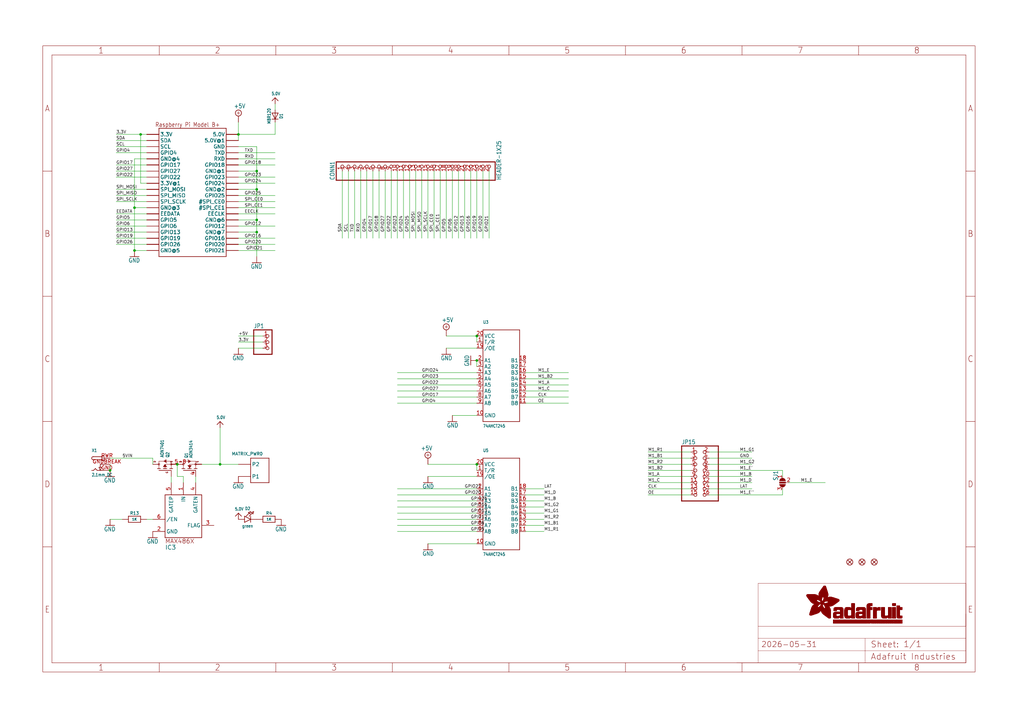
<source format=kicad_sch>
(kicad_sch (version 20250114) (generator "eeschema") (generator_version "9.0")
  (paper "User" 425.45 298.602)
  (lib_symbols
    (symbol "Adafruit RGB Matrix Bonnet-eagle-import:+5V" (power)
      (symbol "+5V_1_0"
        (pin power_in line (at 0 -2.54 90) (length 2.54) (name "+5V") (number "1"))
      )
    )
    (symbol "Adafruit RGB Matrix Bonnet-eagle-import:5.0V" (power)
      (symbol "5.0V_1_0"
        (pin power_in line (at 0 -2.54 90) (length 2.54) (name "5.0V") (number "1"))
      )
    )
    (symbol "Adafruit RGB Matrix Bonnet-eagle-import:74LCX245"
      (property "Reference" "U" (at -7.62 22.86 0))
      (symbol "74LCX245_1_0"
        (pin bidirectional line (at -10.16 17.78 0) (length 2.54) (name "VCC") (number "20"))
        (pin bidirectional line (at -10.16 15.24 0) (length 2.54) (name "T/R") (number "1"))
        (pin bidirectional line (at -10.16 12.7 0) (length 2.54) (name "/OE") (number "19"))
        (pin bidirectional line (at -10.16 7.62 0) (length 2.54) (name "A1") (number "2"))
        (pin bidirectional line (at -10.16 5.08 0) (length 2.54) (name "A2") (number "3"))
        (pin bidirectional line (at -10.16 2.54 0) (length 2.54) (name "A3") (number "4"))
        (pin bidirectional line (at -10.16 0 0) (length 2.54) (name "A4") (number "5"))
        (pin bidirectional line (at -10.16 -2.54 0) (length 2.54) (name "A5") (number "6"))
        (pin bidirectional line (at -10.16 -5.08 0) (length 2.54) (name "A6") (number "7"))
        (pin bidirectional line (at -10.16 -7.62 0) (length 2.54) (name "A7") (number "8"))
        (pin bidirectional line (at -10.16 -10.16 0) (length 2.54) (name "A8") (number "9"))
        (pin bidirectional line (at -10.16 -15.24 0) (length 2.54) (name "GND") (number "10"))
        (pin bidirectional line (at 10.16 7.62 180) (length 2.54) (name "B1") (number "18"))
        (pin bidirectional line (at 10.16 5.08 180) (length 2.54) (name "B2") (number "17"))
        (pin bidirectional line (at 10.16 2.54 180) (length 2.54) (name "B3") (number "16"))
        (pin bidirectional line (at 10.16 0 180) (length 2.54) (name "B4") (number "15"))
        (pin bidirectional line (at 10.16 -2.54 180) (length 2.54) (name "B5") (number "14"))
        (pin bidirectional line (at 10.16 -5.08 180) (length 2.54) (name "B6") (number "13"))
        (pin bidirectional line (at 10.16 -7.62 180) (length 2.54) (name "B7") (number "12"))
        (pin bidirectional line (at 10.16 -10.16 180) (length 2.54) (name "B8") (number "11"))
      )
    )
    (symbol "Adafruit RGB Matrix Bonnet-eagle-import:DCBARRELPTH"
      (property "Reference" "X" (at -5.08 5.08 0))
      (symbol "DCBARRELPTH_1_0"
        (pin power_in line (at 2.54 2.54 180) (length 2.54) (name "PWR") (number "PWR"))
        (pin power_in line (at 2.54 0 180) (length 2.54) (name "GNDBREAK") (number "GNDBREAK"))
        (pin power_in line (at 2.54 -2.54 180) (length 2.54) (name "GND") (number "GND"))
      )
    )
    (symbol "Adafruit RGB Matrix Bonnet-eagle-import:DIODESOD-123"
      (property "Reference" "D" (at 0 2.54 0))
      (symbol "DIODESOD-123_1_0"
        (pin passive line (at -2.54 0 0) (length 2.54) (name "A") (number "A"))
        (pin passive line (at 2.54 0 180) (length 2.54) (name "C") (number "C"))
      )
    )
    (symbol "Adafruit RGB Matrix Bonnet-eagle-import:FIDUCIAL_1MM")
    (symbol "Adafruit RGB Matrix Bonnet-eagle-import:FRAME_A3_ADAFRUIT"
      (symbol "FRAME_A3_ADAFRUIT_1_0"
        (text "A" (at 1.905 234.315 0) (effects (font (size 2.54 2.286))))
        (text "B" (at 1.905 182.245 0) (effects (font (size 2.54 2.286))))
        (text "C" (at 1.905 130.175 0) (effects (font (size 2.54 2.286))))
        (text "D" (at 1.905 78.105 0) (effects (font (size 2.54 2.286))))
        (text "E" (at 1.905 26.035 0) (effects (font (size 2.54 2.286))))
        (text "1" (at 24.2094 258.445 0) (effects (font (size 2.54 2.286))))
        (text "1" (at 24.2094 1.905 0) (effects (font (size 2.54 2.286))))
        (text "2" (at 72.6281 258.445 0) (effects (font (size 2.54 2.286))))
        (text "2" (at 72.6281 1.905 0) (effects (font (size 2.54 2.286))))
        (text "3" (at 121.0469 258.445 0) (effects (font (size 2.54 2.286))))
        (text "3" (at 121.0469 1.905 0) (effects (font (size 2.54 2.286))))
        (text "4" (at 169.4656 258.445 0) (effects (font (size 2.54 2.286))))
        (text "4" (at 169.4656 1.905 0) (effects (font (size 2.54 2.286))))
        (text "5" (at 217.8844 258.445 0) (effects (font (size 2.54 2.286))))
        (text "5" (at 217.8844 1.905 0) (effects (font (size 2.54 2.286))))
        (text "6" (at 266.3031 258.445 0) (effects (font (size 2.54 2.286))))
        (text "6" (at 266.3031 1.905 0) (effects (font (size 2.54 2.286))))
        (text "${PROJECTNAME}" (at 298.45 15.24 0) (effects (font (size 2.54 2.54)) (justify left bottom)))
        (text "${CURRENT_DATE}" (at 298.45 10.16 0) (effects (font (size 2.286 2.286)) (justify left bottom)))
        (text "7" (at 314.7219 258.445 0) (effects (font (size 2.54 2.286))))
        (text "7" (at 314.7219 1.905 0) (effects (font (size 2.54 2.286))))
        (text "Sheet:" (at 343.916 10.033 0) (effects (font (size 2.54 2.54)) (justify left bottom)))
        (text "Adafruit Industries" (at 343.916 4.953 0) (effects (font (size 2.54 2.54)) (justify left bottom)))
        (text "${#}/${##}" (at 357.505 10.16 0) (effects (font (size 2.54 2.54)) (justify left bottom)))
        (text "8" (at 363.1406 258.445 0) (effects (font (size 2.54 2.286))))
        (text "8" (at 363.1406 1.905 0) (effects (font (size 2.54 2.286))))
        (text "A" (at 385.445 234.315 0) (effects (font (size 2.54 2.286))))
        (text "B" (at 385.445 182.245 0) (effects (font (size 2.54 2.286))))
        (text "C" (at 385.445 130.175 0) (effects (font (size 2.54 2.286))))
        (text "D" (at 385.445 78.105 0) (effects (font (size 2.54 2.286))))
        (text "E" (at 385.445 26.035 0) (effects (font (size 2.54 2.286))))
      )
    )
    (symbol "Adafruit RGB Matrix Bonnet-eagle-import:GND" (power)
      (symbol "GND_1_0"
        (pin power_in line (at 0 2.54 270) (length 2.54) (name "GND") (number "1"))
      )
    )
    (symbol "Adafruit RGB Matrix Bonnet-eagle-import:HEADER-1X25"
      (property "Reference" "CONN" (at -3.81 33.655 0))
      (symbol "HEADER-1X25_1_0"
        (pin passive inverted (at 0 30.48 0) (length 2.54) (name "1") (number "1"))
        (pin passive inverted (at 0 27.94 0) (length 2.54) (name "2") (number "2"))
        (pin passive inverted (at 0 25.4 0) (length 2.54) (name "3") (number "3"))
        (pin passive inverted (at 0 22.86 0) (length 2.54) (name "4") (number "4"))
        (pin passive inverted (at 0 20.32 0) (length 2.54) (name "5") (number "5"))
        (pin passive inverted (at 0 17.78 0) (length 2.54) (name "6") (number "6"))
        (pin passive inverted (at 0 15.24 0) (length 2.54) (name "7") (number "7"))
        (pin passive inverted (at 0 12.7 0) (length 2.54) (name "8") (number "8"))
        (pin passive inverted (at 0 10.16 0) (length 2.54) (name "9") (number "9"))
        (pin passive inverted (at 0 7.62 0) (length 2.54) (name "10") (number "10"))
        (pin passive inverted (at 0 5.08 0) (length 2.54) (name "11") (number "11"))
        (pin passive inverted (at 0 2.54 0) (length 2.54) (name "12") (number "12"))
        (pin passive inverted (at 0 0 0) (length 2.54) (name "13") (number "13"))
        (pin passive inverted (at 0 -2.54 0) (length 2.54) (name "14") (number "14"))
        (pin passive inverted (at 0 -5.08 0) (length 2.54) (name "15") (number "15"))
        (pin passive inverted (at 0 -7.62 0) (length 2.54) (name "16") (number "16"))
        (pin passive inverted (at 0 -10.16 0) (length 2.54) (name "17") (number "17"))
        (pin passive inverted (at 0 -12.7 0) (length 2.54) (name "18") (number "18"))
        (pin passive inverted (at 0 -15.24 0) (length 2.54) (name "19") (number "19"))
        (pin passive inverted (at 0 -17.78 0) (length 2.54) (name "20") (number "20"))
        (pin passive inverted (at 0 -20.32 0) (length 2.54) (name "21") (number "21"))
        (pin passive inverted (at 0 -22.86 0) (length 2.54) (name "22") (number "22"))
        (pin passive inverted (at 0 -25.4 0) (length 2.54) (name "23") (number "23"))
        (pin passive inverted (at 0 -27.94 0) (length 2.54) (name "24") (number "24"))
        (pin passive inverted (at 0 -30.48 0) (length 2.54) (name "25") (number "25"))
      )
    )
    (symbol "Adafruit RGB Matrix Bonnet-eagle-import:HEADER-1X376MIL"
      (property "Reference" "JP" (at -6.35 5.715 0))
      (symbol "HEADER-1X376MIL_1_0"
        (pin passive inverted (at -2.54 2.54 0) (length 2.54) (name "1") (number "1"))
        (pin passive inverted (at -2.54 0 0) (length 2.54) (name "2") (number "2"))
        (pin passive inverted (at -2.54 -2.54 0) (length 2.54) (name "3") (number "3"))
      )
    )
    (symbol "Adafruit RGB Matrix Bonnet-eagle-import:HEADER-2X8_SHROUDED"
      (property "Reference" "JP" (at -8.89 10.795 0))
      (symbol "HEADER-2X8_SHROUDED_1_0"
        (pin passive inverted (at -5.08 7.62 0) (length 2.54) (name "1") (number "1"))
        (pin passive inverted (at -5.08 5.08 0) (length 2.54) (name "3") (number "3"))
        (pin passive inverted (at -5.08 2.54 0) (length 2.54) (name "5") (number "5"))
        (pin passive inverted (at -5.08 0 0) (length 2.54) (name "7") (number "7"))
        (pin passive inverted (at -5.08 -2.54 0) (length 2.54) (name "9") (number "9"))
        (pin passive inverted (at -5.08 -5.08 0) (length 2.54) (name "11") (number "11"))
        (pin passive inverted (at -5.08 -7.62 0) (length 2.54) (name "13") (number "13"))
        (pin passive inverted (at -5.08 -10.16 0) (length 2.54) (name "15") (number "15"))
        (pin passive inverted (at 2.54 7.62 180) (length 2.54) (name "2") (number "2"))
        (pin passive inverted (at 2.54 5.08 180) (length 2.54) (name "4") (number "4"))
        (pin passive inverted (at 2.54 2.54 180) (length 2.54) (name "6") (number "6"))
        (pin passive inverted (at 2.54 0 180) (length 2.54) (name "8") (number "8"))
        (pin passive inverted (at 2.54 -2.54 180) (length 2.54) (name "10") (number "10"))
        (pin passive inverted (at 2.54 -5.08 180) (length 2.54) (name "12") (number "12"))
        (pin passive inverted (at 2.54 -7.62 180) (length 2.54) (name "14") (number "14"))
        (pin passive inverted (at 2.54 -10.16 180) (length 2.54) (name "16") (number "16"))
      )
    )
    (symbol "Adafruit RGB Matrix Bonnet-eagle-import:LED0805_NOOUTLINE"
      (property "Reference" "D" (at -1.27 4.445 0))
      (symbol "LED0805_NOOUTLINE_1_0"
        (pin passive line (at -5.08 0 0) (length 2.54) (name "A") (number "A"))
        (pin passive line (at 2.54 0 180) (length 2.54) (name "C") (number "C"))
      )
    )
    (symbol "Adafruit RGB Matrix Bonnet-eagle-import:MAX486X/SOT"
      (property "Reference" "IC" (at -7.62 -15.24 0))
      (symbol "MAX486X/SOT_1_0"
        (text "MAX486X" (at -7.62 -12.7 0) (effects (font (size 1.778 1.778)) (justify left bottom)))
        (pin input line (at -12.7 -2.54 0) (length 5.08) (name "/EN") (number "6"))
        (pin power_in line (at -12.7 -7.62 0) (length 5.08) (name "GND") (number "2"))
        (pin output line (at -5.08 12.7 270) (length 5.08) (name "GATEP") (number "5"))
        (pin input line (at 0 12.7 270) (length 5.08) (name "IN") (number "1"))
        (pin output line (at 5.08 12.7 270) (length 5.08) (name "GATEN") (number "4"))
        (pin output line (at 12.7 -5.08 180) (length 5.08) (name "FLAG") (number "3"))
      )
    )
    (symbol "Adafruit RGB Matrix Bonnet-eagle-import:MOSFET-NPOWERPAK-1212-8"
      (property "Reference" "Q" (at 5.08 0.635 0))
      (symbol "MOSFET-NPOWERPAK-1212-8_1_0"
        (text "G" (at -1.27 -1.905 0) (effects (font (size 0.8128 0.6908)) (justify left bottom)))
        (text "D" (at 3.175 3.175 0) (effects (font (size 0.8128 0.6908)) (justify left bottom)))
        (text "S" (at 3.175 -3.81 0) (effects (font (size 0.8128 0.6908)) (justify left bottom)))
        (pin bidirectional line (at -2.54 -2.54 0) (length 2.54) (name "G") (number "4"))
        (pin bidirectional line (at 2.54 5.08 270) (length 2.54) (name "D") (number "5-8"))
        (pin bidirectional line (at 2.54 -5.08 90) (length 2.54) (name "S") (number "1"))
        (pin bidirectional line (at 2.54 -5.08 90) (length 2.54) (name "S") (number "2"))
        (pin bidirectional line (at 2.54 -5.08 90) (length 2.54) (name "S") (number "3"))
      )
    )
    (symbol "Adafruit RGB Matrix Bonnet-eagle-import:MOSFET-P-POWERDI3333"
      (property "Reference" "Q" (at 2.794 0.381 0))
      (symbol "MOSFET-P-POWERDI3333_1_0"
        (text "G" (at -3.81 1.27 0) (effects (font (size 0.8128 0.6908)) (justify left bottom)))
        (text "S" (at 0.635 3.175 0) (effects (font (size 0.8128 0.6908)) (justify left bottom)))
        (text "D" (at 0.635 -3.81 0) (effects (font (size 0.8128 0.6908)) (justify left bottom)))
        (pin passive line (at -5.08 2.54 0) (length 2.54) (name "G") (number "4"))
        (pin passive line (at 0 5.08 270) (length 2.54) (name "S") (number "1"))
        (pin passive line (at 0 5.08 270) (length 2.54) (name "S") (number "2"))
        (pin passive line (at 0 5.08 270) (length 2.54) (name "S") (number "3"))
        (pin passive line (at 0 -5.08 90) (length 2.54) (name "D") (number "5678"))
      )
    )
    (symbol "Adafruit RGB Matrix Bonnet-eagle-import:PINHEAD"
      (symbol "PINHEAD_1_0"
        (pin bidirectional line (at 7.62 2.54 180) (length 5.08) (name "P1") (number "P$3"))
        (pin bidirectional line (at 7.62 -2.54 180) (length 5.08) (name "P2") (number "P$4"))
      )
    )
    (symbol "Adafruit RGB Matrix Bonnet-eagle-import:RASPBERRYPI_BPLUS_BONNET_THMSMT"
      (symbol "RASPBERRYPI_BPLUS_BONNET_THMSMT_1_0"
        (text "Raspberry Pi Model B+" (at 12.7 25.4 0) (effects (font (size 1.778 1.5113)) (justify right top)))
        (pin power_in line (at -17.78 20.32 0) (length 5.08) (name "3.3V") (number "1"))
        (pin power_in line (at -17.78 20.32 0) (length 5.08) (name "3.3V") (number "S1"))
        (pin bidirectional line (at -17.78 17.78 0) (length 5.08) (name "SDA") (number "3"))
        (pin bidirectional line (at -17.78 17.78 0) (length 5.08) (name "SDA") (number "S3"))
        (pin bidirectional line (at -17.78 15.24 0) (length 5.08) (name "SCL") (number "5"))
        (pin bidirectional line (at -17.78 15.24 0) (length 5.08) (name "SCL") (number "S5"))
        (pin bidirectional line (at -17.78 12.7 0) (length 5.08) (name "GPIO4") (number "7"))
        (pin bidirectional line (at -17.78 12.7 0) (length 5.08) (name "GPIO4") (number "S7"))
        (pin power_in line (at -17.78 10.16 0) (length 5.08) (name "GND@4") (number "9"))
        (pin power_in line (at -17.78 10.16 0) (length 5.08) (name "GND@4") (number "S9"))
        (pin bidirectional line (at -17.78 7.62 0) (length 5.08) (name "GPIO17") (number "11"))
        (pin bidirectional line (at -17.78 7.62 0) (length 5.08) (name "GPIO17") (number "S11"))
        (pin bidirectional line (at -17.78 5.08 0) (length 5.08) (name "GPIO27") (number "13"))
        (pin bidirectional line (at -17.78 5.08 0) (length 5.08) (name "GPIO27") (number "S13"))
        (pin bidirectional line (at -17.78 2.54 0) (length 5.08) (name "GPIO22") (number "15"))
        (pin bidirectional line (at -17.78 2.54 0) (length 5.08) (name "GPIO22") (number "S15"))
        (pin power_in line (at -17.78 0 0) (length 5.08) (name "3.3V@1") (number "17"))
        (pin power_in line (at -17.78 0 0) (length 5.08) (name "3.3V@1") (number "S17"))
        (pin bidirectional line (at -17.78 -2.54 0) (length 5.08) (name "SPI_MOSI") (number "19"))
        (pin bidirectional line (at -17.78 -2.54 0) (length 5.08) (name "SPI_MOSI") (number "S19"))
        (pin bidirectional line (at -17.78 -5.08 0) (length 5.08) (name "SPI_MISO") (number "21"))
        (pin bidirectional line (at -17.78 -5.08 0) (length 5.08) (name "SPI_MISO") (number "S21"))
        (pin bidirectional line (at -17.78 -7.62 0) (length 5.08) (name "SPI_SCLK") (number "23"))
        (pin bidirectional line (at -17.78 -7.62 0) (length 5.08) (name "SPI_SCLK") (number "S23"))
        (pin power_in line (at -17.78 -10.16 0) (length 5.08) (name "GND@3") (number "25"))
        (pin power_in line (at -17.78 -10.16 0) (length 5.08) (name "GND@3") (number "S25"))
        (pin bidirectional line (at -17.78 -12.7 0) (length 5.08) (name "EEDATA") (number "27"))
        (pin bidirectional line (at -17.78 -12.7 0) (length 5.08) (name "EEDATA") (number "S27"))
        (pin bidirectional line (at -17.78 -15.24 0) (length 5.08) (name "GPIO5") (number "29"))
        (pin bidirectional line (at -17.78 -15.24 0) (length 5.08) (name "GPIO5") (number "S29"))
        (pin bidirectional line (at -17.78 -17.78 0) (length 5.08) (name "GPIO6") (number "31"))
        (pin bidirectional line (at -17.78 -17.78 0) (length 5.08) (name "GPIO6") (number "S31"))
        (pin bidirectional line (at -17.78 -20.32 0) (length 5.08) (name "GPIO13") (number "33"))
        (pin bidirectional line (at -17.78 -20.32 0) (length 5.08) (name "GPIO13") (number "S33"))
        (pin bidirectional line (at -17.78 -22.86 0) (length 5.08) (name "GPIO19") (number "35"))
        (pin bidirectional line (at -17.78 -22.86 0) (length 5.08) (name "GPIO19") (number "S35"))
        (pin bidirectional line (at -17.78 -25.4 0) (length 5.08) (name "GPIO26") (number "37"))
        (pin bidirectional line (at -17.78 -25.4 0) (length 5.08) (name "GPIO26") (number "S37"))
        (pin power_in line (at -17.78 -27.94 0) (length 5.08) (name "GND@5") (number "39"))
        (pin power_in line (at -17.78 -27.94 0) (length 5.08) (name "GND@5") (number "S39"))
        (pin power_in line (at 20.32 20.32 180) (length 5.08) (name "5.0V") (number "2"))
        (pin power_in line (at 20.32 20.32 180) (length 5.08) (name "5.0V") (number "S2"))
        (pin power_in line (at 20.32 17.78 180) (length 5.08) (name "5.0V@1") (number "4"))
        (pin power_in line (at 20.32 17.78 180) (length 5.08) (name "5.0V@1") (number "S4"))
        (pin power_in line (at 20.32 15.24 180) (length 5.08) (name "GND") (number "6"))
        (pin power_in line (at 20.32 15.24 180) (length 5.08) (name "GND") (number "S6"))
        (pin bidirectional line (at 20.32 12.7 180) (length 5.08) (name "TXD") (number "8"))
        (pin bidirectional line (at 20.32 12.7 180) (length 5.08) (name "TXD") (number "S8"))
        (pin bidirectional line (at 20.32 10.16 180) (length 5.08) (name "RXD") (number "10"))
        (pin bidirectional line (at 20.32 10.16 180) (length 5.08) (name "RXD") (number "S10"))
        (pin bidirectional line (at 20.32 7.62 180) (length 5.08) (name "GPIO18") (number "12"))
        (pin bidirectional line (at 20.32 7.62 180) (length 5.08) (name "GPIO18") (number "S12"))
        (pin power_in line (at 20.32 5.08 180) (length 5.08) (name "GND@1") (number "14"))
        (pin power_in line (at 20.32 5.08 180) (length 5.08) (name "GND@1") (number "S14"))
        (pin bidirectional line (at 20.32 2.54 180) (length 5.08) (name "GPIO23") (number "16"))
        (pin bidirectional line (at 20.32 2.54 180) (length 5.08) (name "GPIO23") (number "S16"))
        (pin bidirectional line (at 20.32 0 180) (length 5.08) (name "GPIO24") (number "18"))
        (pin bidirectional line (at 20.32 0 180) (length 5.08) (name "GPIO24") (number "S18"))
        (pin power_in line (at 20.32 -2.54 180) (length 5.08) (name "GND@2") (number "20"))
        (pin power_in line (at 20.32 -2.54 180) (length 5.08) (name "GND@2") (number "S20"))
        (pin bidirectional line (at 20.32 -5.08 180) (length 5.08) (name "GPIO25") (number "22"))
        (pin bidirectional line (at 20.32 -5.08 180) (length 5.08) (name "GPIO25") (number "S22"))
        (pin bidirectional line (at 20.32 -7.62 180) (length 5.08) (name "#SPI_CE0") (number "24"))
        (pin bidirectional line (at 20.32 -7.62 180) (length 5.08) (name "#SPI_CE0") (number "S24"))
        (pin bidirectional line (at 20.32 -10.16 180) (length 5.08) (name "#SPI_CE1") (number "26"))
        (pin bidirectional line (at 20.32 -10.16 180) (length 5.08) (name "#SPI_CE1") (number "S26"))
        (pin bidirectional line (at 20.32 -12.7 180) (length 5.08) (name "EECLK") (number "28"))
        (pin bidirectional line (at 20.32 -12.7 180) (length 5.08) (name "EECLK") (number "S28"))
        (pin power_in line (at 20.32 -15.24 180) (length 5.08) (name "GND@6") (number "30"))
        (pin power_in line (at 20.32 -15.24 180) (length 5.08) (name "GND@6") (number "S30"))
        (pin bidirectional line (at 20.32 -17.78 180) (length 5.08) (name "GPIO12") (number "32"))
        (pin bidirectional line (at 20.32 -17.78 180) (length 5.08) (name "GPIO12") (number "S32"))
        (pin power_in line (at 20.32 -20.32 180) (length 5.08) (name "GND@7") (number "34"))
        (pin power_in line (at 20.32 -20.32 180) (length 5.08) (name "GND@7") (number "S34"))
        (pin bidirectional line (at 20.32 -22.86 180) (length 5.08) (name "GPIO16") (number "36"))
        (pin bidirectional line (at 20.32 -22.86 180) (length 5.08) (name "GPIO16") (number "S36"))
        (pin bidirectional line (at 20.32 -25.4 180) (length 5.08) (name "GPIO20") (number "38"))
        (pin bidirectional line (at 20.32 -25.4 180) (length 5.08) (name "GPIO20") (number "S38"))
        (pin bidirectional line (at 20.32 -27.94 180) (length 5.08) (name "GPIO21") (number "40"))
        (pin bidirectional line (at 20.32 -27.94 180) (length 5.08) (name "GPIO21") (number "S40"))
      )
    )
    (symbol "Adafruit RGB Matrix Bonnet-eagle-import:RESISTOR0805_NOOUTLINE"
      (property "Reference" "R" (at 0 2.54 0))
      (symbol "RESISTOR0805_NOOUTLINE_1_0"
        (pin passive line (at -5.08 0 0) (length 2.54) (name "1") (number "1"))
        (pin passive line (at 5.08 0 180) (length 2.54) (name "2") (number "2"))
      )
    )
    (symbol "Adafruit RGB Matrix Bonnet-eagle-import:SOLDERJUMPER_2WAY"
      (property "Reference" "SJ" (at -5.08 -3.81 0))
      (symbol "SOLDERJUMPER_2WAY_1_0"
        (pin passive line (at -2.54 0 0) (length 0) (name "1") (number "1"))
        (pin passive line (at 0 2.54 270) (length 0) (name "2") (number "2"))
        (pin passive line (at 2.54 0 180) (length 0) (name "3") (number "3"))
      )
    )
  )
  (junction (at 106.68 78.74))
  (junction (at 106.68 96.52))
  (junction (at 55.88 86.36))
  (junction (at 73.66 193.04))
  (junction (at 91.44 193.04))
  (junction (at 198.12 139.7))
  (junction (at 198.12 193.04))
  (junction (at 106.68 71.12))
  (junction (at 45.72 195.58))
  (junction (at 106.68 91.44))
  (junction (at 55.88 104.14))
  (junction (at 99.06 55.88))
  (junction (at 198.12 149.86))
  (junction (at 58.42 55.88))
  (wire (pts (xy 81.28 198.12) (xy 81.28 200.66)) (stroke (width 0.1524)))
  (wire (pts (xy 218.44 167.64) (xy 236.22 167.64)) (stroke (width 0.1524)))
  (wire (pts (xy 99.06 96.52) (xy 106.68 96.52)) (stroke (width 0.1524)))
  (wire (pts (xy 99.06 76.2) (xy 114.3 76.2)) (stroke (width 0.1524)))
  (wire (pts (xy 177.8 99.06) (xy 177.8 71.12)) (stroke (width 0.1524)))
  (wire (pts (xy 198.12 149.86) (xy 198.12 152.4)) (stroke (width 0.1524)))
  (wire (pts (xy 48.26 83.82) (xy 60.96 83.82)) (stroke (width 0.1524)))
  (wire (pts (xy 60.96 63.5) (xy 48.26 63.5)) (stroke (width 0.1524)))
  (wire (pts (xy 175.26 71.12) (xy 175.26 99.06)) (stroke (width 0.1524)))
  (wire (pts (xy 99.06 55.88) (xy 114.3 55.88)) (stroke (width 0.1524)))
  (wire (pts (xy 325.12 195.58) (xy 325.12 198.12)) (stroke (width 0.1524)))
  (wire (pts (xy 114.3 66.04) (xy 99.06 66.04)) (stroke (width 0.1524)))
  (wire (pts (xy 99.06 86.36) (xy 114.3 86.36)) (stroke (width 0.1524)))
  (wire (pts (xy 99.06 99.06) (xy 114.3 99.06)) (stroke (width 0.1524)))
  (wire (pts (xy 294.64 205.74) (xy 325.12 205.74)) (stroke (width 0.1524)))
  (wire (pts (xy 109.22 142.24) (xy 99.06 142.24)) (stroke (width 0.1524)))
  (wire (pts (xy 180.34 71.12) (xy 180.34 99.06)) (stroke (width 0.1524)))
  (wire (pts (xy 185.42 144.78) (xy 198.12 144.78)) (stroke (width 0.1524)))
  (wire (pts (xy 99.06 93.98) (xy 114.3 93.98)) (stroke (width 0.1524)))
  (wire (pts (xy 198.12 210.82) (xy 165.1 210.82)) (stroke (width 0.1524)))
  (wire (pts (xy 99.06 91.44) (xy 106.68 91.44)) (stroke (width 0.1524)))
  (wire (pts (xy 236.22 157.48) (xy 218.44 157.48)) (stroke (width 0.1524)))
  (wire (pts (xy 226.06 220.98) (xy 218.44 220.98)) (stroke (width 0.1524)))
  (wire (pts (xy 114.3 43.18) (xy 114.3 45.72)) (stroke (width 0.1524)))
  (wire (pts (xy 99.06 78.74) (xy 106.68 78.74)) (stroke (width 0.1524)))
  (wire (pts (xy 91.44 193.04) (xy 99.06 193.04)) (stroke (width 0.1524)))
  (wire (pts (xy 60.96 55.88) (xy 58.42 55.88)) (stroke (width 0.1524)))
  (wire (pts (xy 218.44 213.36) (xy 226.06 213.36)) (stroke (width 0.1524)))
  (wire (pts (xy 91.44 193.04) (xy 91.44 177.8)) (stroke (width 0.1524)))
  (wire (pts (xy 76.2 198.12) (xy 76.2 200.66)) (stroke (width 0.1524)))
  (wire (pts (xy 177.8 193.04) (xy 198.12 193.04)) (stroke (width 0.1524)))
  (wire (pts (xy 312.42 193.04) (xy 294.64 193.04)) (stroke (width 0.1524)))
  (wire (pts (xy 226.06 208.28) (xy 218.44 208.28)) (stroke (width 0.1524)))
  (wire (pts (xy 99.06 58.42) (xy 99.06 55.88)) (stroke (width 0.1524)))
  (wire (pts (xy 312.42 203.2) (xy 294.64 203.2)) (stroke (width 0.1524)))
  (wire (pts (xy 269.24 190.5) (xy 287.02 190.5)) (stroke (width 0.1524)))
  (wire (pts (xy 144.78 99.06) (xy 144.78 71.12)) (stroke (width 0.1524)))
  (wire (pts (xy 45.72 190.5) (xy 63.5 190.5)) (stroke (width 0.1524)))
  (wire (pts (xy 106.68 60.96) (xy 106.68 71.12)) (stroke (width 0.1524)))
  (wire (pts (xy 157.48 99.06) (xy 157.48 71.12)) (stroke (width 0.1524)))
  (wire (pts (xy 165.1 160.02) (xy 198.12 160.02)) (stroke (width 0.1524)))
  (wire (pts (xy 218.44 154.94) (xy 236.22 154.94)) (stroke (width 0.1524)))
  (wire (pts (xy 198.12 157.48) (xy 165.1 157.48)) (stroke (width 0.1524)))
  (wire (pts (xy 60.96 104.14) (xy 55.88 104.14)) (stroke (width 0.1524)))
  (wire (pts (xy 165.1 71.12) (xy 165.1 99.06)) (stroke (width 0.1524)))
  (wire (pts (xy 198.12 154.94) (xy 165.1 154.94)) (stroke (width 0.1524)))
  (wire (pts (xy 198.12 142.24) (xy 198.12 139.7)) (stroke (width 0.1524)))
  (wire (pts (xy 200.66 71.12) (xy 200.66 99.06)) (stroke (width 0.1524)))
  (wire (pts (xy 106.68 91.44) (xy 106.68 96.52)) (stroke (width 0.1524)))
  (wire (pts (xy 48.26 96.52) (xy 60.96 96.52)) (stroke (width 0.1524)))
  (wire (pts (xy 99.06 63.5) (xy 114.3 63.5)) (stroke (width 0.1524)))
  (wire (pts (xy 193.04 99.06) (xy 193.04 71.12)) (stroke (width 0.1524)))
  (wire (pts (xy 287.02 203.2) (xy 269.24 203.2)) (stroke (width 0.1524)))
  (wire (pts (xy 45.72 193.04) (xy 45.72 195.58)) (stroke (width 0.1524)))
  (wire (pts (xy 165.1 215.9) (xy 198.12 215.9)) (stroke (width 0.1524)))
  (wire (pts (xy 269.24 200.66) (xy 287.02 200.66)) (stroke (width 0.1524)))
  (wire (pts (xy 55.88 86.36) (xy 60.96 86.36)) (stroke (width 0.1524)))
  (wire (pts (xy 198.12 99.06) (xy 198.12 71.12)) (stroke (width 0.1524)))
  (wire (pts (xy 99.06 71.12) (xy 106.68 71.12)) (stroke (width 0.1524)))
  (wire (pts (xy 198.12 203.2) (xy 165.1 203.2)) (stroke (width 0.1524)))
  (wire (pts (xy 198.12 218.44) (xy 165.1 218.44)) (stroke (width 0.1524)))
  (wire (pts (xy 160.02 71.12) (xy 160.02 99.06)) (stroke (width 0.1524)))
  (wire (pts (xy 149.86 99.06) (xy 149.86 71.12)) (stroke (width 0.1524)))
  (wire (pts (xy 73.66 193.04) (xy 73.66 198.12)) (stroke (width 0.1524)))
  (wire (pts (xy 190.5 71.12) (xy 190.5 99.06)) (stroke (width 0.1524)))
  (wire (pts (xy 99.06 101.6) (xy 114.3 101.6)) (stroke (width 0.1524)))
  (wire (pts (xy 198.12 167.64) (xy 165.1 167.64)) (stroke (width 0.1524)))
  (wire (pts (xy 48.26 91.44) (xy 60.96 91.44)) (stroke (width 0.1524)))
  (wire (pts (xy 287.02 187.96) (xy 269.24 187.96)) (stroke (width 0.1524)))
  (wire (pts (xy 198.12 213.36) (xy 165.1 213.36)) (stroke (width 0.1524)))
  (wire (pts (xy 99.06 73.66) (xy 114.3 73.66)) (stroke (width 0.1524)))
  (wire (pts (xy 60.96 73.66) (xy 48.26 73.66)) (stroke (width 0.1524)))
  (wire (pts (xy 162.56 99.06) (xy 162.56 71.12)) (stroke (width 0.1524)))
  (wire (pts (xy 55.88 86.36) (xy 55.88 104.14)) (stroke (width 0.1524)))
  (wire (pts (xy 165.1 162.56) (xy 198.12 162.56)) (stroke (width 0.1524)))
  (wire (pts (xy 269.24 195.58) (xy 287.02 195.58)) (stroke (width 0.1524)))
  (wire (pts (xy 114.3 50.8) (xy 114.3 55.88)) (stroke (width 0.1524)))
  (wire (pts (xy 147.32 71.12) (xy 147.32 99.06)) (stroke (width 0.1524)))
  (wire (pts (xy 99.06 50.8) (xy 99.06 55.88)) (stroke (width 0.1524)))
  (wire (pts (xy 106.68 96.52) (xy 106.68 106.68)) (stroke (width 0.1524)))
  (wire (pts (xy 99.06 144.78) (xy 109.22 144.78)) (stroke (width 0.1524)))
  (wire (pts (xy 185.42 71.12) (xy 185.42 99.06)) (stroke (width 0.1524)))
  (wire (pts (xy 152.4 71.12) (xy 152.4 99.06)) (stroke (width 0.1524)))
  (wire (pts (xy 63.5 193.04) (xy 63.5 190.5)) (stroke (width 0.1524)))
  (wire (pts (xy 58.42 76.2) (xy 58.42 55.88)) (stroke (width 0.1524)))
  (wire (pts (xy 294.64 190.5) (xy 312.42 190.5)) (stroke (width 0.1524)))
  (wire (pts (xy 167.64 99.06) (xy 167.64 71.12)) (stroke (width 0.1524)))
  (wire (pts (xy 48.26 99.06) (xy 60.96 99.06)) (stroke (width 0.1524)))
  (wire (pts (xy 50.8 215.9) (xy 45.72 215.9)) (stroke (width 0.1524)))
  (wire (pts (xy 198.12 220.98) (xy 165.1 220.98)) (stroke (width 0.1524)))
  (wire (pts (xy 48.26 93.98) (xy 60.96 93.98)) (stroke (width 0.1524)))
  (wire (pts (xy 99.06 68.58) (xy 114.3 68.58)) (stroke (width 0.1524)))
  (wire (pts (xy 99.06 81.28) (xy 114.3 81.28)) (stroke (width 0.1524)))
  (wire (pts (xy 154.94 99.06) (xy 154.94 71.12)) (stroke (width 0.1524)))
  (wire (pts (xy 165.1 205.74) (xy 198.12 205.74)) (stroke (width 0.1524)))
  (wire (pts (xy 218.44 218.44) (xy 226.06 218.44)) (stroke (width 0.1524)))
  (wire (pts (xy 218.44 160.02) (xy 236.22 160.02)) (stroke (width 0.1524)))
  (wire (pts (xy 294.64 195.58) (xy 325.12 195.58)) (stroke (width 0.1524)))
  (wire (pts (xy 312.42 187.96) (xy 294.64 187.96)) (stroke (width 0.1524)))
  (wire (pts (xy 83.82 193.04) (xy 91.44 193.04)) (stroke (width 0.1524)))
  (wire (pts (xy 48.26 71.12) (xy 60.96 71.12)) (stroke (width 0.1524)))
  (wire (pts (xy 58.42 55.88) (xy 48.26 55.88)) (stroke (width 0.1524)))
  (wire (pts (xy 198.12 208.28) (xy 165.1 208.28)) (stroke (width 0.1524)))
  (wire (pts (xy 170.18 71.12) (xy 170.18 99.06)) (stroke (width 0.1524)))
  (wire (pts (xy 99.06 104.14) (xy 114.3 104.14)) (stroke (width 0.1524)))
  (wire (pts (xy 185.42 139.7) (xy 198.12 139.7)) (stroke (width 0.1524)))
  (wire (pts (xy 187.96 99.06) (xy 187.96 71.12)) (stroke (width 0.1524)))
  (wire (pts (xy 55.88 66.04) (xy 60.96 66.04)) (stroke (width 0.1524)))
  (wire (pts (xy 177.8 198.12) (xy 198.12 198.12)) (stroke (width 0.1524)))
  (wire (pts (xy 325.12 203.2) (xy 325.12 205.74)) (stroke (width 0.1524)))
  (wire (pts (xy 287.02 198.12) (xy 269.24 198.12)) (stroke (width 0.1524)))
  (wire (pts (xy 99.06 139.7) (xy 109.22 139.7)) (stroke (width 0.1524)))
  (wire (pts (xy 60.96 60.96) (xy 48.26 60.96)) (stroke (width 0.1524)))
  (wire (pts (xy 226.06 205.74) (xy 218.44 205.74)) (stroke (width 0.1524)))
  (wire (pts (xy 71.12 198.12) (xy 71.12 200.66)) (stroke (width 0.1524)))
  (wire (pts (xy 60.96 58.42) (xy 48.26 58.42)) (stroke (width 0.1524)))
  (wire (pts (xy 48.26 78.74) (xy 60.96 78.74)) (stroke (width 0.1524)))
  (wire (pts (xy 287.02 193.04) (xy 269.24 193.04)) (stroke (width 0.1524)))
  (wire (pts (xy 236.22 162.56) (xy 218.44 162.56)) (stroke (width 0.1524)))
  (wire (pts (xy 142.24 71.12) (xy 142.24 99.06)) (stroke (width 0.1524)))
  (wire (pts (xy 55.88 86.36) (xy 55.88 66.04)) (stroke (width 0.1524)))
  (wire (pts (xy 60.96 88.9) (xy 48.26 88.9)) (stroke (width 0.1524)))
  (wire (pts (xy 226.06 215.9) (xy 218.44 215.9)) (stroke (width 0.1524)))
  (wire (pts (xy 172.72 99.06) (xy 172.72 71.12)) (stroke (width 0.1524)))
  (wire (pts (xy 327.66 200.66) (xy 342.9 200.66)) (stroke (width 0.1524)))
  (wire (pts (xy 218.44 203.2) (xy 226.06 203.2)) (stroke (width 0.1524)))
  (wire (pts (xy 187.96 172.72) (xy 198.12 172.72)) (stroke (width 0.1524)))
  (wire (pts (xy 60.96 68.58) (xy 48.26 68.58)) (stroke (width 0.1524)))
  (wire (pts (xy 99.06 83.82) (xy 114.3 83.82)) (stroke (width 0.1524)))
  (wire (pts (xy 269.24 205.74) (xy 287.02 205.74)) (stroke (width 0.1524)))
  (wire (pts (xy 198.12 165.1) (xy 165.1 165.1)) (stroke (width 0.1524)))
  (wire (pts (xy 182.88 99.06) (xy 182.88 71.12)) (stroke (width 0.1524)))
  (wire (pts (xy 218.44 165.1) (xy 236.22 165.1)) (stroke (width 0.1524)))
  (wire (pts (xy 198.12 195.58) (xy 198.12 193.04)) (stroke (width 0.1524)))
  (wire (pts (xy 226.06 210.82) (xy 218.44 210.82)) (stroke (width 0.1524)))
  (wire (pts (xy 99.06 88.9) (xy 114.3 88.9)) (stroke (width 0.1524)))
  (wire (pts (xy 294.64 200.66) (xy 312.42 200.66)) (stroke (width 0.1524)))
  (wire (pts (xy 106.68 78.74) (xy 106.68 91.44)) (stroke (width 0.1524)))
  (wire (pts (xy 99.06 60.96) (xy 106.68 60.96)) (stroke (width 0.1524)))
  (wire (pts (xy 58.42 76.2) (xy 60.96 76.2)) (stroke (width 0.1524)))
  (wire (pts (xy 48.26 101.6) (xy 60.96 101.6)) (stroke (width 0.1524)))
  (wire (pts (xy 203.2 99.06) (xy 203.2 71.12)) (stroke (width 0.1524)))
  (wire (pts (xy 312.42 198.12) (xy 294.64 198.12)) (stroke (width 0.1524)))
  (wire (pts (xy 73.66 198.12) (xy 76.2 198.12)) (stroke (width 0.1524)))
  (wire (pts (xy 60.96 215.9) (xy 63.5 215.9)) (stroke (width 0.1524)))
  (wire (pts (xy 106.68 71.12) (xy 106.68 78.74)) (stroke (width 0.1524)))
  (wire (pts (xy 48.26 81.28) (xy 60.96 81.28)) (stroke (width 0.1524)))
  (wire (pts (xy 195.58 71.12) (xy 195.58 99.06)) (stroke (width 0.1524)))
  (wire (pts (xy 177.8 226.06) (xy 198.12 226.06)) (stroke (width 0.1524)))
  (label "GPIO27" (at 175.26 162.56 0) (effects (font (size 1.2446 1.2446))))
  (label "SCL" (at 48.26 60.96 0) (effects (font (size 1.2446 1.2446))))
  (label "M1_E''" (at 307.34 205.74 0) (effects (font (size 1.2446 1.2446))))
  (label "TXD" (at 147.32 96.52 90) (effects (font (size 1.2446 1.2446))))
  (label "GPIO6" (at 195.58 218.44 0) (effects (font (size 1.2446 1.2446))))
  (label "SPI_CE0" (at 180.34 96.52 90) (effects (font (size 1.2446 1.2446))))
  (label "GPIO12" (at 101.6 93.98 0) (effects (font (size 1.2446 1.2446))))
  (label "CLK" (at 223.52 165.1 0) (effects (font (size 1.2446 1.2446))))
  (label "GPIO5" (at 48.26 91.44 0) (effects (font (size 1.2446 1.2446))))
  (label "M1_B1" (at 226.06 218.44 0) (effects (font (size 1.2446 1.2446))))
  (label "GPIO25" (at 101.6 81.28 0) (effects (font (size 1.2446 1.2446))))
  (label "GPIO25" (at 170.18 96.52 90) (effects (font (size 1.2446 1.2446))))
  (label "SPI_SCLK" (at 177.8 96.52 90) (effects (font (size 1.2446 1.2446))))
  (label "GPIO4" (at 48.26 63.5 0) (effects (font (size 1.2446 1.2446))))
  (label "SPI_SCLK" (at 48.26 83.82 0) (effects (font (size 1.2446 1.2446))))
  (label "EEDATA" (at 48.26 88.9 0) (effects (font (size 1.2446 1.2446))))
  (label "GPIO13" (at 48.26 96.52 0) (effects (font (size 1.2446 1.2446))))
  (label "GPIO27" (at 48.26 71.12 0) (effects (font (size 1.2446 1.2446))))
  (label "3.3V" (at 99.06 142.24 0) (effects (font (size 1.2446 1.2446))))
  (label "GPIO21" (at 193.04 203.2 0) (effects (font (size 1.2446 1.2446))))
  (label "GPIO23" (at 165.1 96.52 90) (effects (font (size 1.2446 1.2446))))
  (label "GND" (at 307.34 190.5 0) (effects (font (size 1.2446 1.2446))))
  (label "M1_D" (at 307.34 200.66 0) (effects (font (size 1.2446 1.2446))))
  (label "M1_R1" (at 226.06 220.98 0) (effects (font (size 1.2446 1.2446))))
  (label "M1_G1" (at 307.34 187.96 0) (effects (font (size 1.2446 1.2446))))
  (label "GPIO17" (at 154.94 96.52 90) (effects (font (size 1.2446 1.2446))))
  (label "GPIO17" (at 48.26 68.58 0) (effects (font (size 1.2446 1.2446))))
  (label "5VIN" (at 50.8 190.5 0) (effects (font (size 1.2446 1.2446))))
  (label "GPIO24" (at 175.26 154.94 0) (effects (font (size 1.2446 1.2446))))
  (label "M1_B" (at 226.06 208.28 0) (effects (font (size 1.2446 1.2446))))
  (label "M1_R2" (at 226.06 215.9 0) (effects (font (size 1.2446 1.2446))))
  (label "GPIO21" (at 203.2 96.52 90) (effects (font (size 1.2446 1.2446))))
  (label "GPIO26" (at 48.26 101.6 0) (effects (font (size 1.2446 1.2446))))
  (label "GPIO20" (at 200.66 96.52 90) (effects (font (size 1.2446 1.2446))))
  (label "M1_R2" (at 269.24 193.04 0) (effects (font (size 1.2446 1.2446))))
  (label "GPIO22" (at 48.26 73.66 0) (effects (font (size 1.2446 1.2446))))
  (label "GPIO16" (at 101.6 99.06 0) (effects (font (size 1.2446 1.2446))))
  (label "OE" (at 269.24 205.74 0) (effects (font (size 1.2446 1.2446))))
  (label "RXD" (at 101.6 66.04 0) (effects (font (size 1.2446 1.2446))))
  (label "GPIO27" (at 160.02 96.52 90) (effects (font (size 1.2446 1.2446))))
  (label "GPIO4" (at 175.26 167.64 0) (effects (font (size 1.2446 1.2446))))
  (label "GPIO16" (at 195.58 210.82 0) (effects (font (size 1.2446 1.2446))))
  (label "GPIO12" (at 195.58 215.9 0) (effects (font (size 1.2446 1.2446))))
  (label "SPI_CE0" (at 101.6 83.82 0) (effects (font (size 1.2446 1.2446))))
  (label "GPIO17" (at 175.26 165.1 0) (effects (font (size 1.2446 1.2446))))
  (label "M1_A" (at 269.24 198.12 0) (effects (font (size 1.2446 1.2446))))
  (label "M1_G1" (at 226.06 213.36 0) (effects (font (size 1.2446 1.2446))))
  (label "GPIO5" (at 185.42 96.52 90) (effects (font (size 1.2446 1.2446))))
  (label "SPI_MOSI" (at 172.72 96.52 90) (effects (font (size 1.2446 1.2446))))
  (label "GPIO18" (at 157.48 96.52 90) (effects (font (size 1.2446 1.2446))))
  (label "GPIO13" (at 195.58 213.36 0) (effects (font (size 1.2446 1.2446))))
  (label "M1_A" (at 223.52 160.02 0) (effects (font (size 1.2446 1.2446))))
  (label "GPIO18" (at 101.6 68.58 0) (effects (font (size 1.2446 1.2446))))
  (label "GPIO20" (at 193.04 205.74 0) (effects (font (size 1.2446 1.2446))))
  (label "RXD" (at 149.86 96.52 90) (effects (font (size 1.2446 1.2446))))
  (label "TXD" (at 101.6 63.5 0) (effects (font (size 1.2446 1.2446))))
  (label "M1_G2" (at 307.34 193.04 0) (effects (font (size 1.2446 1.2446))))
  (label "SCL" (at 144.78 96.52 90) (effects (font (size 1.2446 1.2446))))
  (label "GPIO22" (at 162.56 96.52 90) (effects (font (size 1.2446 1.2446))))
  (label "CLK" (at 269.24 203.2 0) (effects (font (size 1.2446 1.2446))))
  (label "SPI_MISO" (at 48.26 81.28 0) (effects (font (size 1.2446 1.2446))))
  (label "GPIO22" (at 175.26 160.02 0) (effects (font (size 1.2446 1.2446))))
  (label "GPIO6" (at 48.26 93.98 0) (effects (font (size 1.2446 1.2446))))
  (label "M1_B1" (at 269.24 190.5 0) (effects (font (size 1.2446 1.2446))))
  (label "SDA" (at 142.24 96.52 90) (effects (font (size 1.2446 1.2446))))
  (label "M1_B2" (at 223.52 157.48 0) (effects (font (size 1.2446 1.2446))))
  (label "M1_G2" (at 226.06 210.82 0) (effects (font (size 1.2446 1.2446))))
  (label "M1_E" (at 332.74 200.66 0) (effects (font (size 1.2446 1.2446))))
  (label "GPIO5" (at 195.58 220.98 0) (effects (font (size 1.2446 1.2446))))
  (label "GPIO4" (at 152.4 96.52 90) (effects (font (size 1.2446 1.2446))))
  (label "GPIO19" (at 198.12 96.52 90) (effects (font (size 1.2446 1.2446))))
  (label "M1_R1" (at 269.24 187.96 0) (effects (font (size 1.2446 1.2446))))
  (label "M1_E" (at 223.52 154.94 0) (effects (font (size 1.2446 1.2446))))
  (label "GPIO23" (at 175.26 157.48 0) (effects (font (size 1.2446 1.2446))))
  (label "GPIO13" (at 193.04 96.52 90) (effects (font (size 1.2446 1.2446))))
  (label "3.3V" (at 48.26 55.88 0) (effects (font (size 1.2446 1.2446))))
  (label "LAT" (at 307.34 203.2 0) (effects (font (size 1.2446 1.2446))))
  (label "GPIO19" (at 48.26 99.06 0) (effects (font (size 1.2446 1.2446))))
  (label "M1_E'" (at 307.34 195.58 0) (effects (font (size 1.2446 1.2446))))
  (label "M1_C" (at 269.24 200.66 0) (effects (font (size 1.2446 1.2446))))
  (label "SPI_CE1" (at 182.88 96.52 90) (effects (font (size 1.2446 1.2446))))
  (label "LAT" (at 226.06 203.2 0) (effects (font (size 1.2446 1.2446))))
  (label "M1_C" (at 223.52 162.56 0) (effects (font (size 1.2446 1.2446))))
  (label "+5V" (at 99.06 139.7 0) (effects (font (size 1.2446 1.2446))))
  (label "GPIO20" (at 101.6 101.6 0) (effects (font (size 1.2446 1.2446))))
  (label "OE" (at 223.52 167.64 0) (effects (font (size 1.2446 1.2446))))
  (label "M1_B" (at 307.34 198.12 0) (effects (font (size 1.2446 1.2446))))
  (label "GPIO16" (at 195.58 96.52 90) (effects (font (size 1.2446 1.2446))))
  (label "M1_B2" (at 269.24 195.58 0) (effects (font (size 1.2446 1.2446))))
  (label "M1_D" (at 226.06 205.74 0) (effects (font (size 1.2446 1.2446))))
  (label "EECLK" (at 101.6 88.9 0) (effects (font (size 1.2446 1.2446))))
  (label "SPI_MOSI" (at 48.26 78.74 0) (effects (font (size 1.2446 1.2446))))
  (label "SDA" (at 48.26 58.42 0) (effects (font (size 1.2446 1.2446))))
  (label "GPIO12" (at 190.5 96.52 90) (effects (font (size 1.2446 1.2446))))
  (label "SPI_MISO" (at 175.26 96.52 90) (effects (font (size 1.2446 1.2446))))
  (label "GPIO21" (at 102.235 104.14 0) (effects (font (size 1.2446 1.2446))))
  (label "GPIO24" (at 101.6 76.2 0) (effects (font (size 1.2446 1.2446))))
  (label "GPIO23" (at 101.6 73.66 0) (effects (font (size 1.2446 1.2446))))
  (label "GPIO6" (at 187.96 96.52 90) (effects (font (size 1.2446 1.2446))))
  (label "GPIO24" (at 167.64 96.52 90) (effects (font (size 1.2446 1.2446))))
  (label "GPIO26" (at 195.58 208.28 0) (effects (font (size 1.2446 1.2446))))
  (label "SPI_CE1" (at 101.6 86.36 0) (effects (font (size 1.2446 1.2446))))
  (symbol (lib_id "Adafruit RGB Matrix Bonnet-eagle-import:GND") (at 99.06 147.32 0) (unit 1)
    (property "Reference" "#GND3" (effects (hide yes)))
    (property "Value" "GND" (at 96.52 149.86 0) (effects (font (size 1.778 1.5113)) (justify left bottom)))
  )
  (symbol (lib_id "Adafruit RGB Matrix Bonnet-eagle-import:GND") (at 99.06 200.66 0) (unit 1)
    (property "Reference" "#GND12" (effects (hide yes)))
    (property "Value" "GND" (at 96.52 203.2 0) (effects (font (size 1.778 1.5113)) (justify left bottom)))
  )
  (symbol (lib_id "Adafruit RGB Matrix Bonnet-eagle-import:DCBARRELPTH") (at 43.18 193.04 0) (unit 1)
    (property "Reference" "X1" (at 38.1 187.96 0) (effects (font (size 1.27 1.0795)) (justify left bottom)))
    (property "Value" "2.1mm DC" (at 38.1 198.12 0) (effects (font (size 1.27 1.0795)) (justify left bottom)))
    (property "Footprint" "Adafruit RGB Matrix Bonnet:DCJACK_2MM_PTH" (effects (hide yes)))
  )
  (symbol (lib_id "Adafruit RGB Matrix Bonnet-eagle-import:GND") (at 55.88 106.68 0) (unit 1)
    (property "Reference" "#GND1" (effects (hide yes)))
    (property "Value" "GND" (at 53.34 109.22 0) (effects (font (size 1.778 1.5113)) (justify left bottom)))
  )
  (symbol (lib_id "Adafruit RGB Matrix Bonnet-eagle-import:GND") (at 106.68 109.22 0) (unit 1)
    (property "Reference" "#GND2" (effects (hide yes)))
    (property "Value" "GND" (at 104.14 111.76 0) (effects (font (size 1.778 1.5113)) (justify left bottom)))
  )
  (symbol (lib_id "Adafruit RGB Matrix Bonnet-eagle-import:SOLDERJUMPER_2WAY") (at 325.12 200.66 270) (unit 1)
    (property "Reference" "SJ1" (at 321.31 195.58 0) (effects (font (size 1.778 1.5113)) (justify left bottom)))
    (property "Value" "SOLDERJUMPER_2WAY" (effects (hide yes)))
    (property "Footprint" "Adafruit RGB Matrix Bonnet:SOLDERJUMPER_2WAY_OPEN_NOPASTE" (effects (hide yes)))
  )
  (symbol (lib_id "Adafruit RGB Matrix Bonnet-eagle-import:GND") (at 45.72 218.44 0) (unit 1)
    (property "Reference" "#GND16" (effects (hide yes)))
    (property "Value" "GND" (at 43.18 220.98 0) (effects (font (size 1.778 1.5113)) (justify left bottom)))
  )
  (symbol (lib_id "Adafruit RGB Matrix Bonnet-eagle-import:GND") (at 195.58 149.86 270) (mirror x) (unit 1)
    (property "Reference" "#GND17" (effects (hide yes)))
    (property "Value" "GND" (at 193.04 152.4 0) (effects (font (size 1.778 1.5113)) (justify left bottom)))
  )
  (symbol (lib_id "Adafruit RGB Matrix Bonnet-eagle-import:PINHEAD") (at 106.68 195.58 180) (unit 1)
    (property "Reference" "MATRIX_PWR0" (at 109.22 187.96 0) (effects (justify left bottom)))
    (property "Value" "PINHEAD" (effects (hide yes)))
    (property "Footprint" "Adafruit RGB Matrix Bonnet:TERMBLOCK508" (effects (hide yes)))
  )
  (symbol (lib_id "Adafruit RGB Matrix Bonnet-eagle-import:+5V") (at 99.06 48.26 0) (unit 1)
    (property "Reference" "#SUPPLY1" (effects (hide yes)))
    (property "Value" "+5V" (at 97.155 45.085 0) (effects (font (size 1.778 1.5113)) (justify left bottom)))
  )
  (symbol (lib_id "Adafruit RGB Matrix Bonnet-eagle-import:LED0805_NOOUTLINE") (at 104.14 215.9 0) (unit 1)
    (property "Reference" "D2" (at 102.87 211.455 0) (effects (font (size 1.27 1.0795))))
    (property "Value" "green" (at 102.87 218.694 0) (effects (font (size 1.27 1.0795))))
    (property "Footprint" "Adafruit RGB Matrix Bonnet:CHIPLED_0805_NOOUTLINE" (effects (hide yes)))
  )
  (symbol (lib_id "Adafruit RGB Matrix Bonnet-eagle-import:5.0V") (at 114.3 40.64 0) (unit 1)
    (property "Reference" "#U$9" (effects (hide yes)))
    (property "Value" "5.0V" (at 112.776 39.624 0) (effects (font (size 1.27 1.0795)) (justify left bottom)))
  )
  (symbol (lib_id "Adafruit RGB Matrix Bonnet-eagle-import:5.0V") (at 99.06 213.36 0) (unit 1)
    (property "Reference" "#U$4" (effects (hide yes)))
    (property "Value" "5.0V" (at 97.536 212.344 0) (effects (font (size 1.27 1.0795)) (justify left bottom)))
  )
  (symbol (lib_id "Adafruit RGB Matrix Bonnet-eagle-import:MAX486X/SOT") (at 76.2 213.36 0) (unit 1)
    (property "Reference" "IC3" (at 68.58 228.6 0) (effects (font (size 1.778 1.778)) (justify left bottom)))
    (property "Value" "MAX4866T" (effects (hide yes)))
    (property "Footprint" "Adafruit RGB Matrix Bonnet:SOT23-6" (effects (hide yes)))
  )
  (symbol (lib_id "Adafruit RGB Matrix Bonnet-eagle-import:GND") (at 185.42 147.32 0) (mirror y) (unit 1)
    (property "Reference" "#GND7" (effects (hide yes)))
    (property "Value" "GND" (at 187.96 149.86 0) (effects (font (size 1.778 1.5113)) (justify left bottom)))
  )
  (symbol (lib_id "Adafruit RGB Matrix Bonnet-eagle-import:GND") (at 63.5 223.52 0) (unit 1)
    (property "Reference" "#GND15" (effects (hide yes)))
    (property "Value" "GND" (at 60.96 226.06 0) (effects (font (size 1.778 1.5113)) (justify left bottom)))
  )
  (symbol (lib_id "Adafruit RGB Matrix Bonnet-eagle-import:+5V") (at 185.42 137.16 0) (unit 1)
    (property "Reference" "#SUPPLY3" (effects (hide yes)))
    (property "Value" "+5V" (at 183.515 133.985 0) (effects (font (size 1.778 1.5113)) (justify left bottom)))
  )
  (symbol (lib_id "Adafruit RGB Matrix Bonnet-eagle-import:GND") (at 177.8 200.66 0) (mirror y) (unit 1)
    (property "Reference" "#GND13" (effects (hide yes)))
    (property "Value" "GND" (at 180.34 203.2 0) (effects (font (size 1.778 1.5113)) (justify left bottom)))
  )
  (symbol (lib_id "Adafruit RGB Matrix Bonnet-eagle-import:HEADER-2X8_SHROUDED") (at 292.1 195.58 0) (unit 1)
    (property "Reference" "JP15" (at 283.21 184.785 0) (effects (font (size 1.778 1.5113)) (justify left bottom)))
    (property "Value" "HEADER-2X8_SHROUDED" (effects (hide yes)))
    (property "Footprint" "Adafruit RGB Matrix Bonnet:2X08_SHROUDED" (effects (hide yes)))
  )
  (symbol (lib_id "Adafruit RGB Matrix Bonnet-eagle-import:HEADER-1X376MIL") (at 111.76 142.24 0) (unit 1)
    (property "Reference" "JP1" (at 105.41 136.525 0) (effects (font (size 1.778 1.5113)) (justify left bottom)))
    (property "Value" "HEADER-1X376MIL" (effects (hide yes)))
    (property "Footprint" "Adafruit RGB Matrix Bonnet:1X03_ROUND_76" (effects (hide yes)))
  )
  (symbol (lib_id "Adafruit RGB Matrix Bonnet-eagle-import:MOSFET-P-POWERDI3333") (at 68.58 193.04 270) (mirror x) (unit 1)
    (property "Reference" "Q2" (at 68.961 190.246 0) (effects (font (size 1.27 1.0795)) (justify left bottom)))
    (property "Value" "AON7401" (at 66.675 190.246 0) (effects (font (size 1.27 1.0795)) (justify left bottom)))
    (property "Footprint" "Adafruit RGB Matrix Bonnet:POWERDI3333" (effects (hide yes)))
  )
  (symbol (lib_id "Adafruit RGB Matrix Bonnet-eagle-import:GND") (at 177.8 228.6 0) (mirror y) (unit 1)
    (property "Reference" "#GND14" (effects (hide yes)))
    (property "Value" "GND" (at 180.34 231.14 0) (effects (font (size 1.778 1.5113)) (justify left bottom)))
  )
  (symbol (lib_id "Adafruit RGB Matrix Bonnet-eagle-import:GND") (at 116.84 218.44 0) (unit 1)
    (property "Reference" "#GND9" (effects (hide yes)))
    (property "Value" "GND" (at 114.3 220.98 0) (effects (font (size 1.778 1.5113)) (justify left bottom)))
  )
  (symbol (lib_id "Adafruit RGB Matrix Bonnet-eagle-import:+5V") (at 177.8 190.5 0) (mirror y) (unit 1)
    (property "Reference" "#SUPPLY4" (effects (hide yes)))
    (property "Value" "+5V" (at 179.705 187.325 0) (effects (font (size 1.778 1.5113)) (justify left bottom)))
  )
  (symbol (lib_id "Adafruit RGB Matrix Bonnet-eagle-import:FIDUCIAL_1MM") (at 353.06 233.68 0) (unit 1)
    (property "Reference" "FID3" (effects (hide yes)))
    (property "Value" "FIDUCIAL_1MM" (effects (hide yes)))
    (property "Footprint" "Adafruit RGB Matrix Bonnet:FIDUCIAL_1MM" (effects (hide yes)))
  )
  (symbol (lib_id "Adafruit RGB Matrix Bonnet-eagle-import:GND") (at 187.96 175.26 0) (mirror y) (unit 1)
    (property "Reference" "#GND11" (effects (hide yes)))
    (property "Value" "GND" (at 190.5 177.8 0) (effects (font (size 1.778 1.5113)) (justify left bottom)))
  )
  (symbol (lib_id "Adafruit RGB Matrix Bonnet-eagle-import:74LCX245") (at 208.28 157.48 0) (unit 1)
    (property "Reference" "U3" (at 200.66 134.62 0) (effects (font (size 1.27 1.0795)) (justify left bottom)))
    (property "Value" "74AHCT245" (at 200.66 177.8 0) (effects (font (size 1.27 1.0795)) (justify left bottom)))
    (property "Footprint" "Adafruit RGB Matrix Bonnet:TSSOP20" (effects (hide yes)))
  )
  (symbol (lib_id "Adafruit RGB Matrix Bonnet-eagle-import:RESISTOR0805_NOOUTLINE") (at 55.88 215.9 0) (unit 1)
    (property "Reference" "R13" (at 55.88 213.36 0))
    (property "Value" "1K" (at 55.88 215.9 0) (effects (font (size 1.016 1.016) (thickness 0.2032) (bold yes))))
    (property "Footprint" "Adafruit RGB Matrix Bonnet:0805-NO" (effects (hide yes)))
  )
  (symbol (lib_id "Adafruit RGB Matrix Bonnet-eagle-import:MOSFET-NPOWERPAK-1212-8") (at 78.74 195.58 90) (unit 1)
    (property "Reference" "Q1" (at 78.105 190.5 0) (effects (font (size 1.27 1.0795)) (justify left bottom)))
    (property "Value" "AON3414" (at 80.01 190.5 0) (effects (font (size 1.27 1.0795)) (justify left bottom)))
    (property "Footprint" "Adafruit RGB Matrix Bonnet:POWERPAK-1212-8" (effects (hide yes)))
  )
  (symbol (lib_id "Adafruit RGB Matrix Bonnet-eagle-import:GND") (at 45.72 198.12 0) (unit 1)
    (property "Reference" "#GND8" (effects (hide yes)))
    (property "Value" "GND" (at 43.18 200.66 0) (effects (font (size 1.778 1.5113)) (justify left bottom)))
  )
  (symbol (lib_id "Adafruit RGB Matrix Bonnet-eagle-import:FIDUCIAL_1MM") (at 358.14 233.68 0) (unit 1)
    (property "Reference" "FID1" (effects (hide yes)))
    (property "Value" "FIDUCIAL_1MM" (effects (hide yes)))
    (property "Footprint" "Adafruit RGB Matrix Bonnet:FIDUCIAL_1MM" (effects (hide yes)))
  )
  (symbol (lib_id "Adafruit RGB Matrix Bonnet-eagle-import:HEADER-1X25") (at 172.72 71.12 90) (unit 1)
    (property "Reference" "CONN1" (at 139.065 74.93 0) (effects (font (size 1.778 1.5113)) (justify left bottom)))
    (property "Value" "HEADER-1X25" (at 208.28 74.93 0) (effects (font (size 1.778 1.5113)) (justify left bottom)))
    (property "Footprint" "Adafruit RGB Matrix Bonnet:1X25_ROUND_70MIL" (effects (hide yes)))
  )
  (symbol (lib_id "Adafruit RGB Matrix Bonnet-eagle-import:FIDUCIAL_1MM") (at 363.22 233.68 0) (unit 1)
    (property "Reference" "FID2" (effects (hide yes)))
    (property "Value" "FIDUCIAL_1MM" (effects (hide yes)))
    (property "Footprint" "Adafruit RGB Matrix Bonnet:FIDUCIAL_1MM" (effects (hide yes)))
  )
  (symbol (lib_id "Adafruit RGB Matrix Bonnet-eagle-import:FRAME_A3_ADAFRUIT") (at 17.78 279.4 0) (unit 1)
    (property "Reference" "#U$5" (effects (hide yes)))
    (property "Value" "FRAME_A3_ADAFRUIT" (effects (hide yes)))
  )
  (symbol (lib_id "Adafruit RGB Matrix Bonnet-eagle-import:RESISTOR0805_NOOUTLINE") (at 111.76 215.9 0) (unit 1)
    (property "Reference" "R4" (at 111.76 213.36 0))
    (property "Value" "1K" (at 111.76 215.9 0) (effects (font (size 1.016 1.016) (thickness 0.2032) (bold yes))))
    (property "Footprint" "Adafruit RGB Matrix Bonnet:0805-NO" (effects (hide yes)))
  )
  (symbol (lib_id "Adafruit RGB Matrix Bonnet-eagle-import:74LCX245") (at 208.28 210.82 0) (unit 1)
    (property "Reference" "U5" (at 200.66 187.96 0) (effects (font (size 1.27 1.0795)) (justify left bottom)))
    (property "Value" "74AHCT245" (at 200.66 231.14 0) (effects (font (size 1.27 1.0795)) (justify left bottom)))
    (property "Footprint" "Adafruit RGB Matrix Bonnet:TSSOP20" (effects (hide yes)))
  )
  (symbol (lib_id "Adafruit RGB Matrix Bonnet-eagle-import:RASPBERRYPI_BPLUS_BONNET_THMSMT") (at 78.74 76.2 0) (unit 1)
    (property "Reference" "RPI1" (effects (hide yes)))
    (property "Value" "RASPBERRYPI_BPLUS_BONNET_THMSMT" (effects (hide yes)))
    (property "Footprint" "Adafruit RGB Matrix Bonnet:PI_BONNET_THMSMT" (effects (hide yes)))
  )
  (symbol (lib_id "Adafruit RGB Matrix Bonnet-eagle-import:5.0V") (at 91.44 175.26 0) (unit 1)
    (property "Reference" "#U$2" (effects (hide yes)))
    (property "Value" "5.0V" (at 89.916 174.244 0) (effects (font (size 1.27 1.0795)) (justify left bottom)))
  )
  (symbol (lib_id "Adafruit RGB Matrix Bonnet-eagle-import:DIODESOD-123") (at 114.3 48.26 270) (unit 1)
    (property "Reference" "D1" (at 116.84 48.26 0) (effects (font (size 1.27 1.0795))))
    (property "Value" "MBR120" (at 111.8 48.26 0) (effects (font (size 1.27 1.0795))))
    (property "Footprint" "Adafruit RGB Matrix Bonnet:SOD-123" (effects (hide yes)))
  )
)
</source>
